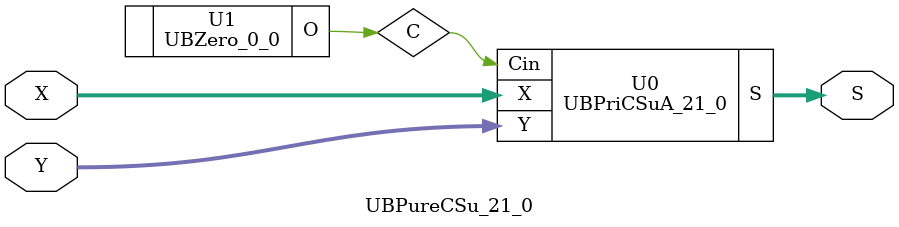
<source format=v>
/*----------------------------------------------------------------------------
  Copyright (c) 2021 Homma laboratory. All rights reserved.

  Top module: UBCSu_21_0_21_0

  Operand-1 length: 22
  Operand-2 length: 22
  Two-operand addition algorithm: Conditional sum adder
----------------------------------------------------------------------------*/

module UBFA_0(C, S, X, Y, Z);
  output C;
  output S;
  input X;
  input Y;
  input Z;
  assign C = ( X & Y ) | ( Y & Z ) | ( Z & X );
  assign S = X ^ Y ^ Z;
endmodule

module UBHCSuB_0_0(C, S, X, Y, Ci);
  output C;
  output S;
  input Ci;
  input X;
  input Y;
  UBFA_0 U0 (C, S, X, Y, Ci);
endmodule

module UBZero_1_1(O);
  output [1:1] O;
  assign O[1] = 0;
endmodule

module UBOne_1(O);
  output O;
  assign O = 1;
endmodule

module UBFA_1(C, S, X, Y, Z);
  output C;
  output S;
  input X;
  input Y;
  input Z;
  assign C = ( X & Y ) | ( Y & Z ) | ( Z & X );
  assign S = X ^ Y ^ Z;
endmodule

module UBCSuB_1_1(C_0, C_1, S_0, S_1, X, Y);
  output C_0;
  output C_1;
  output S_0;
  output S_1;
  input X;
  input Y;
  wire Ci_0;
  wire Ci_1;
  wire Co_0;
  wire Co_1;
  assign C_0 = ( Co_0 & ( ~ Ci_0 ) ) | ( Co_1 & Ci_0 );
  assign C_1 = ( Co_0 & ( ~ Ci_1 ) ) | ( Co_1 & Ci_1 );
  UBZero_1_1 U0 (Ci_0);
  UBOne_1 U1 (Ci_1);
  UBFA_1 U2 (Co_0, S_0, X, Y, Ci_0);
  UBFA_1 U3 (Co_1, S_1, X, Y, Ci_1);
endmodule

module UBHCSuB_1_0(C, S, X, Y, Ci);
  output C;
  output [1:0] S;
  input Ci;
  input [1:0] X;
  input [1:0] Y;
  wire C_0;
  wire C_1;
  wire Co;
  wire S_0;
  wire S_1;
  assign S[1] = ( S_0 & ( ~ Co ) ) | ( S_1 & Co );
  assign C = ( C_0 & ( ~ Co ) ) | ( C_1 & Co );
  UBHCSuB_0_0 U0 (Co, S[0], X[0], Y[0], Ci);
  UBCSuB_1_1 U1 (C_0, C_1, S_0, S_1, X[1], Y[1]);
endmodule

module UBZero_2_2(O);
  output [2:2] O;
  assign O[2] = 0;
endmodule

module UBOne_2(O);
  output O;
  assign O = 1;
endmodule

module UBFA_2(C, S, X, Y, Z);
  output C;
  output S;
  input X;
  input Y;
  input Z;
  assign C = ( X & Y ) | ( Y & Z ) | ( Z & X );
  assign S = X ^ Y ^ Z;
endmodule

module UBCSuB_2_2(C_0, C_1, S_0, S_1, X, Y);
  output C_0;
  output C_1;
  output S_0;
  output S_1;
  input X;
  input Y;
  wire Ci_0;
  wire Ci_1;
  wire Co_0;
  wire Co_1;
  assign C_0 = ( Co_0 & ( ~ Ci_0 ) ) | ( Co_1 & Ci_0 );
  assign C_1 = ( Co_0 & ( ~ Ci_1 ) ) | ( Co_1 & Ci_1 );
  UBZero_2_2 U0 (Ci_0);
  UBOne_2 U1 (Ci_1);
  UBFA_2 U2 (Co_0, S_0, X, Y, Ci_0);
  UBFA_2 U3 (Co_1, S_1, X, Y, Ci_1);
endmodule

module UBHCSuB_2_0(C, S, X, Y, Ci);
  output C;
  output [2:0] S;
  input Ci;
  input [2:0] X;
  input [2:0] Y;
  wire C_0;
  wire C_1;
  wire Co;
  wire S_0;
  wire S_1;
  assign S[2] = ( S_0 & ( ~ Co ) ) | ( S_1 & Co );
  assign C = ( C_0 & ( ~ Co ) ) | ( C_1 & Co );
  UBHCSuB_1_0 U0 (Co, S[1:0], X[1:0], Y[1:0], Ci);
  UBCSuB_2_2 U1 (C_0, C_1, S_0, S_1, X[2], Y[2]);
endmodule

module UBZero_3_3(O);
  output [3:3] O;
  assign O[3] = 0;
endmodule

module UBOne_3(O);
  output O;
  assign O = 1;
endmodule

module UBFA_3(C, S, X, Y, Z);
  output C;
  output S;
  input X;
  input Y;
  input Z;
  assign C = ( X & Y ) | ( Y & Z ) | ( Z & X );
  assign S = X ^ Y ^ Z;
endmodule

module UBCSuB_3_3(C_0, C_1, S_0, S_1, X, Y);
  output C_0;
  output C_1;
  output S_0;
  output S_1;
  input X;
  input Y;
  wire Ci_0;
  wire Ci_1;
  wire Co_0;
  wire Co_1;
  assign C_0 = ( Co_0 & ( ~ Ci_0 ) ) | ( Co_1 & Ci_0 );
  assign C_1 = ( Co_0 & ( ~ Ci_1 ) ) | ( Co_1 & Ci_1 );
  UBZero_3_3 U0 (Ci_0);
  UBOne_3 U1 (Ci_1);
  UBFA_3 U2 (Co_0, S_0, X, Y, Ci_0);
  UBFA_3 U3 (Co_1, S_1, X, Y, Ci_1);
endmodule

module UBZero_4_4(O);
  output [4:4] O;
  assign O[4] = 0;
endmodule

module UBOne_4(O);
  output O;
  assign O = 1;
endmodule

module UBFA_4(C, S, X, Y, Z);
  output C;
  output S;
  input X;
  input Y;
  input Z;
  assign C = ( X & Y ) | ( Y & Z ) | ( Z & X );
  assign S = X ^ Y ^ Z;
endmodule

module UBCSuB_4_4(C_0, C_1, S_0, S_1, X, Y);
  output C_0;
  output C_1;
  output S_0;
  output S_1;
  input X;
  input Y;
  wire Ci_0;
  wire Ci_1;
  wire Co_0;
  wire Co_1;
  assign C_0 = ( Co_0 & ( ~ Ci_0 ) ) | ( Co_1 & Ci_0 );
  assign C_1 = ( Co_0 & ( ~ Ci_1 ) ) | ( Co_1 & Ci_1 );
  UBZero_4_4 U0 (Ci_0);
  UBOne_4 U1 (Ci_1);
  UBFA_4 U2 (Co_0, S_0, X, Y, Ci_0);
  UBFA_4 U3 (Co_1, S_1, X, Y, Ci_1);
endmodule

module UBCSuB_4_3(C_0, C_1, S_0, S_1, X, Y);
  output C_0;
  output C_1;
  output [4:3] S_0;
  output [4:3] S_1;
  input [4:3] X;
  input [4:3] Y;
  wire Ci_0;
  wire Ci_1;
  wire Co_0;
  wire Co_1;
  wire So_0;
  wire So_1;
  assign S_0[4] = ( So_0 & ( ~ Ci_0 ) ) | ( So_1 & Ci_0 );
  assign C_0 = ( Co_0 & ( ~ Ci_0 ) ) | ( Co_1 & Ci_0 );
  assign S_1[4] = ( So_0 & ( ~ Ci_1 ) ) | ( So_1 & Ci_1 );
  assign C_1 = ( Co_0 & ( ~ Ci_1 ) ) | ( Co_1 & Ci_1 );
  UBCSuB_3_3 U0 (Ci_0, Ci_1, S_0[3], S_1[3], X[3], Y[3]);
  UBCSuB_4_4 U1 (Co_0, Co_1, So_0, So_1, X[4], Y[4]);
endmodule

module UBZero_5_5(O);
  output [5:5] O;
  assign O[5] = 0;
endmodule

module UBOne_5(O);
  output O;
  assign O = 1;
endmodule

module UBFA_5(C, S, X, Y, Z);
  output C;
  output S;
  input X;
  input Y;
  input Z;
  assign C = ( X & Y ) | ( Y & Z ) | ( Z & X );
  assign S = X ^ Y ^ Z;
endmodule

module UBCSuB_5_5(C_0, C_1, S_0, S_1, X, Y);
  output C_0;
  output C_1;
  output S_0;
  output S_1;
  input X;
  input Y;
  wire Ci_0;
  wire Ci_1;
  wire Co_0;
  wire Co_1;
  assign C_0 = ( Co_0 & ( ~ Ci_0 ) ) | ( Co_1 & Ci_0 );
  assign C_1 = ( Co_0 & ( ~ Ci_1 ) ) | ( Co_1 & Ci_1 );
  UBZero_5_5 U0 (Ci_0);
  UBOne_5 U1 (Ci_1);
  UBFA_5 U2 (Co_0, S_0, X, Y, Ci_0);
  UBFA_5 U3 (Co_1, S_1, X, Y, Ci_1);
endmodule

module UBCSuB_5_3(C_0, C_1, S_0, S_1, X, Y);
  output C_0;
  output C_1;
  output [5:3] S_0;
  output [5:3] S_1;
  input [5:3] X;
  input [5:3] Y;
  wire Ci_0;
  wire Ci_1;
  wire Co_0;
  wire Co_1;
  wire [5:5] So_0;
  wire [5:5] So_1;
  assign S_0[5] = ( So_0 & ( ~ Ci_0 ) ) | ( So_1 & Ci_0 );
  assign C_0 = ( Co_0 & ( ~ Ci_0 ) ) | ( Co_1 & Ci_0 );
  assign S_1[5] = ( So_0 & ( ~ Ci_1 ) ) | ( So_1 & Ci_1 );
  assign C_1 = ( Co_0 & ( ~ Ci_1 ) ) | ( Co_1 & Ci_1 );
  UBCSuB_4_3 U0 (Ci_0, Ci_1, S_0[4:3], S_1[4:3], X[4:3], Y[4:3]);
  UBCSuB_5_5 U1 (Co_0, Co_1, So_0, So_1, X[5], Y[5]);
endmodule

module UBHCSuB_5_0(C, S, X, Y, Ci);
  output C;
  output [5:0] S;
  input Ci;
  input [5:0] X;
  input [5:0] Y;
  wire C_0;
  wire C_1;
  wire Co;
  wire [5:3] S_0;
  wire [5:3] S_1;
  assign S[3] = ( S_0[3] & ( ~ Co ) ) | ( S_1[3] & Co );
  assign S[4] = ( S_0[4] & ( ~ Co ) ) | ( S_1[4] & Co );
  assign S[5] = ( S_0[5] & ( ~ Co ) ) | ( S_1[5] & Co );
  assign C = ( C_0 & ( ~ Co ) ) | ( C_1 & Co );
  UBHCSuB_2_0 U0 (Co, S[2:0], X[2:0], Y[2:0], Ci);
  UBCSuB_5_3 U1 (C_0, C_1, S_0, S_1, X[5:3], Y[5:3]);
endmodule

module UBZero_6_6(O);
  output [6:6] O;
  assign O[6] = 0;
endmodule

module UBOne_6(O);
  output O;
  assign O = 1;
endmodule

module UBFA_6(C, S, X, Y, Z);
  output C;
  output S;
  input X;
  input Y;
  input Z;
  assign C = ( X & Y ) | ( Y & Z ) | ( Z & X );
  assign S = X ^ Y ^ Z;
endmodule

module UBCSuB_6_6(C_0, C_1, S_0, S_1, X, Y);
  output C_0;
  output C_1;
  output S_0;
  output S_1;
  input X;
  input Y;
  wire Ci_0;
  wire Ci_1;
  wire Co_0;
  wire Co_1;
  assign C_0 = ( Co_0 & ( ~ Ci_0 ) ) | ( Co_1 & Ci_0 );
  assign C_1 = ( Co_0 & ( ~ Ci_1 ) ) | ( Co_1 & Ci_1 );
  UBZero_6_6 U0 (Ci_0);
  UBOne_6 U1 (Ci_1);
  UBFA_6 U2 (Co_0, S_0, X, Y, Ci_0);
  UBFA_6 U3 (Co_1, S_1, X, Y, Ci_1);
endmodule

module UBZero_7_7(O);
  output [7:7] O;
  assign O[7] = 0;
endmodule

module UBOne_7(O);
  output O;
  assign O = 1;
endmodule

module UBFA_7(C, S, X, Y, Z);
  output C;
  output S;
  input X;
  input Y;
  input Z;
  assign C = ( X & Y ) | ( Y & Z ) | ( Z & X );
  assign S = X ^ Y ^ Z;
endmodule

module UBCSuB_7_7(C_0, C_1, S_0, S_1, X, Y);
  output C_0;
  output C_1;
  output S_0;
  output S_1;
  input X;
  input Y;
  wire Ci_0;
  wire Ci_1;
  wire Co_0;
  wire Co_1;
  assign C_0 = ( Co_0 & ( ~ Ci_0 ) ) | ( Co_1 & Ci_0 );
  assign C_1 = ( Co_0 & ( ~ Ci_1 ) ) | ( Co_1 & Ci_1 );
  UBZero_7_7 U0 (Ci_0);
  UBOne_7 U1 (Ci_1);
  UBFA_7 U2 (Co_0, S_0, X, Y, Ci_0);
  UBFA_7 U3 (Co_1, S_1, X, Y, Ci_1);
endmodule

module UBCSuB_7_6(C_0, C_1, S_0, S_1, X, Y);
  output C_0;
  output C_1;
  output [7:6] S_0;
  output [7:6] S_1;
  input [7:6] X;
  input [7:6] Y;
  wire Ci_0;
  wire Ci_1;
  wire Co_0;
  wire Co_1;
  wire So_0;
  wire So_1;
  assign S_0[7] = ( So_0 & ( ~ Ci_0 ) ) | ( So_1 & Ci_0 );
  assign C_0 = ( Co_0 & ( ~ Ci_0 ) ) | ( Co_1 & Ci_0 );
  assign S_1[7] = ( So_0 & ( ~ Ci_1 ) ) | ( So_1 & Ci_1 );
  assign C_1 = ( Co_0 & ( ~ Ci_1 ) ) | ( Co_1 & Ci_1 );
  UBCSuB_6_6 U0 (Ci_0, Ci_1, S_0[6], S_1[6], X[6], Y[6]);
  UBCSuB_7_7 U1 (Co_0, Co_1, So_0, So_1, X[7], Y[7]);
endmodule

module UBZero_8_8(O);
  output [8:8] O;
  assign O[8] = 0;
endmodule

module UBOne_8(O);
  output O;
  assign O = 1;
endmodule

module UBFA_8(C, S, X, Y, Z);
  output C;
  output S;
  input X;
  input Y;
  input Z;
  assign C = ( X & Y ) | ( Y & Z ) | ( Z & X );
  assign S = X ^ Y ^ Z;
endmodule

module UBCSuB_8_8(C_0, C_1, S_0, S_1, X, Y);
  output C_0;
  output C_1;
  output S_0;
  output S_1;
  input X;
  input Y;
  wire Ci_0;
  wire Ci_1;
  wire Co_0;
  wire Co_1;
  assign C_0 = ( Co_0 & ( ~ Ci_0 ) ) | ( Co_1 & Ci_0 );
  assign C_1 = ( Co_0 & ( ~ Ci_1 ) ) | ( Co_1 & Ci_1 );
  UBZero_8_8 U0 (Ci_0);
  UBOne_8 U1 (Ci_1);
  UBFA_8 U2 (Co_0, S_0, X, Y, Ci_0);
  UBFA_8 U3 (Co_1, S_1, X, Y, Ci_1);
endmodule

module UBCSuB_8_6(C_0, C_1, S_0, S_1, X, Y);
  output C_0;
  output C_1;
  output [8:6] S_0;
  output [8:6] S_1;
  input [8:6] X;
  input [8:6] Y;
  wire Ci_0;
  wire Ci_1;
  wire Co_0;
  wire Co_1;
  wire [8:8] So_0;
  wire [8:8] So_1;
  assign S_0[8] = ( So_0 & ( ~ Ci_0 ) ) | ( So_1 & Ci_0 );
  assign C_0 = ( Co_0 & ( ~ Ci_0 ) ) | ( Co_1 & Ci_0 );
  assign S_1[8] = ( So_0 & ( ~ Ci_1 ) ) | ( So_1 & Ci_1 );
  assign C_1 = ( Co_0 & ( ~ Ci_1 ) ) | ( Co_1 & Ci_1 );
  UBCSuB_7_6 U0 (Ci_0, Ci_1, S_0[7:6], S_1[7:6], X[7:6], Y[7:6]);
  UBCSuB_8_8 U1 (Co_0, Co_1, So_0, So_1, X[8], Y[8]);
endmodule

module UBZero_9_9(O);
  output [9:9] O;
  assign O[9] = 0;
endmodule

module UBOne_9(O);
  output O;
  assign O = 1;
endmodule

module UBFA_9(C, S, X, Y, Z);
  output C;
  output S;
  input X;
  input Y;
  input Z;
  assign C = ( X & Y ) | ( Y & Z ) | ( Z & X );
  assign S = X ^ Y ^ Z;
endmodule

module UBCSuB_9_9(C_0, C_1, S_0, S_1, X, Y);
  output C_0;
  output C_1;
  output S_0;
  output S_1;
  input X;
  input Y;
  wire Ci_0;
  wire Ci_1;
  wire Co_0;
  wire Co_1;
  assign C_0 = ( Co_0 & ( ~ Ci_0 ) ) | ( Co_1 & Ci_0 );
  assign C_1 = ( Co_0 & ( ~ Ci_1 ) ) | ( Co_1 & Ci_1 );
  UBZero_9_9 U0 (Ci_0);
  UBOne_9 U1 (Ci_1);
  UBFA_9 U2 (Co_0, S_0, X, Y, Ci_0);
  UBFA_9 U3 (Co_1, S_1, X, Y, Ci_1);
endmodule

module UBZero_10_10(O);
  output [10:10] O;
  assign O[10] = 0;
endmodule

module UBOne_10(O);
  output O;
  assign O = 1;
endmodule

module UBFA_10(C, S, X, Y, Z);
  output C;
  output S;
  input X;
  input Y;
  input Z;
  assign C = ( X & Y ) | ( Y & Z ) | ( Z & X );
  assign S = X ^ Y ^ Z;
endmodule

module UBCSuB_10_10(C_0, C_1, S_0, S_1, X, Y);
  output C_0;
  output C_1;
  output S_0;
  output S_1;
  input X;
  input Y;
  wire Ci_0;
  wire Ci_1;
  wire Co_0;
  wire Co_1;
  assign C_0 = ( Co_0 & ( ~ Ci_0 ) ) | ( Co_1 & Ci_0 );
  assign C_1 = ( Co_0 & ( ~ Ci_1 ) ) | ( Co_1 & Ci_1 );
  UBZero_10_10 U0 (Ci_0);
  UBOne_10 U1 (Ci_1);
  UBFA_10 U2 (Co_0, S_0, X, Y, Ci_0);
  UBFA_10 U3 (Co_1, S_1, X, Y, Ci_1);
endmodule

module UBCSuB_10_9(C_0, C_1, S_0, S_1, X, Y);
  output C_0;
  output C_1;
  output [10:9] S_0;
  output [10:9] S_1;
  input [10:9] X;
  input [10:9] Y;
  wire Ci_0;
  wire Ci_1;
  wire Co_0;
  wire Co_1;
  wire So_0;
  wire So_1;
  assign S_0[10] = ( So_0 & ( ~ Ci_0 ) ) | ( So_1 & Ci_0 );
  assign C_0 = ( Co_0 & ( ~ Ci_0 ) ) | ( Co_1 & Ci_0 );
  assign S_1[10] = ( So_0 & ( ~ Ci_1 ) ) | ( So_1 & Ci_1 );
  assign C_1 = ( Co_0 & ( ~ Ci_1 ) ) | ( Co_1 & Ci_1 );
  UBCSuB_9_9 U0 (Ci_0, Ci_1, S_0[9], S_1[9], X[9], Y[9]);
  UBCSuB_10_10 U1 (Co_0, Co_1, So_0, So_1, X[10], Y[10]);
endmodule

module UBCSuB_10_6(C_0, C_1, S_0, S_1, X, Y);
  output C_0;
  output C_1;
  output [10:6] S_0;
  output [10:6] S_1;
  input [10:6] X;
  input [10:6] Y;
  wire Ci_0;
  wire Ci_1;
  wire Co_0;
  wire Co_1;
  wire [10:9] So_0;
  wire [10:9] So_1;
  assign S_0[9] = ( So_0[9] & ( ~ Ci_0 ) ) | ( So_1[9] & Ci_0 );
  assign S_0[10] = ( So_0[10] & ( ~ Ci_0 ) ) | ( So_1[10] & Ci_0 );
  assign C_0 = ( Co_0 & ( ~ Ci_0 ) ) | ( Co_1 & Ci_0 );
  assign S_1[9] = ( So_0[9] & ( ~ Ci_1 ) ) | ( So_1[9] & Ci_1 );
  assign S_1[10] = ( So_0[10] & ( ~ Ci_1 ) ) | ( So_1[10] & Ci_1 );
  assign C_1 = ( Co_0 & ( ~ Ci_1 ) ) | ( Co_1 & Ci_1 );
  UBCSuB_8_6 U0 (Ci_0, Ci_1, S_0[8:6], S_1[8:6], X[8:6], Y[8:6]);
  UBCSuB_10_9 U1 (Co_0, Co_1, So_0, So_1, X[10:9], Y[10:9]);
endmodule

module UBHCSuB_10_0(C, S, X, Y, Ci);
  output C;
  output [10:0] S;
  input Ci;
  input [10:0] X;
  input [10:0] Y;
  wire C_0;
  wire C_1;
  wire Co;
  wire [10:6] S_0;
  wire [10:6] S_1;
  assign S[6] = ( S_0[6] & ( ~ Co ) ) | ( S_1[6] & Co );
  assign S[7] = ( S_0[7] & ( ~ Co ) ) | ( S_1[7] & Co );
  assign S[8] = ( S_0[8] & ( ~ Co ) ) | ( S_1[8] & Co );
  assign S[9] = ( S_0[9] & ( ~ Co ) ) | ( S_1[9] & Co );
  assign S[10] = ( S_0[10] & ( ~ Co ) ) | ( S_1[10] & Co );
  assign C = ( C_0 & ( ~ Co ) ) | ( C_1 & Co );
  UBHCSuB_5_0 U0 (Co, S[5:0], X[5:0], Y[5:0], Ci);
  UBCSuB_10_6 U1 (C_0, C_1, S_0, S_1, X[10:6], Y[10:6]);
endmodule

module UBZero_11_11(O);
  output [11:11] O;
  assign O[11] = 0;
endmodule

module UBOne_11(O);
  output O;
  assign O = 1;
endmodule

module UBFA_11(C, S, X, Y, Z);
  output C;
  output S;
  input X;
  input Y;
  input Z;
  assign C = ( X & Y ) | ( Y & Z ) | ( Z & X );
  assign S = X ^ Y ^ Z;
endmodule

module UBCSuB_11_11(C_0, C_1, S_0, S_1, X, Y);
  output C_0;
  output C_1;
  output S_0;
  output S_1;
  input X;
  input Y;
  wire Ci_0;
  wire Ci_1;
  wire Co_0;
  wire Co_1;
  assign C_0 = ( Co_0 & ( ~ Ci_0 ) ) | ( Co_1 & Ci_0 );
  assign C_1 = ( Co_0 & ( ~ Ci_1 ) ) | ( Co_1 & Ci_1 );
  UBZero_11_11 U0 (Ci_0);
  UBOne_11 U1 (Ci_1);
  UBFA_11 U2 (Co_0, S_0, X, Y, Ci_0);
  UBFA_11 U3 (Co_1, S_1, X, Y, Ci_1);
endmodule

module UBZero_12_12(O);
  output [12:12] O;
  assign O[12] = 0;
endmodule

module UBOne_12(O);
  output O;
  assign O = 1;
endmodule

module UBFA_12(C, S, X, Y, Z);
  output C;
  output S;
  input X;
  input Y;
  input Z;
  assign C = ( X & Y ) | ( Y & Z ) | ( Z & X );
  assign S = X ^ Y ^ Z;
endmodule

module UBCSuB_12_12(C_0, C_1, S_0, S_1, X, Y);
  output C_0;
  output C_1;
  output S_0;
  output S_1;
  input X;
  input Y;
  wire Ci_0;
  wire Ci_1;
  wire Co_0;
  wire Co_1;
  assign C_0 = ( Co_0 & ( ~ Ci_0 ) ) | ( Co_1 & Ci_0 );
  assign C_1 = ( Co_0 & ( ~ Ci_1 ) ) | ( Co_1 & Ci_1 );
  UBZero_12_12 U0 (Ci_0);
  UBOne_12 U1 (Ci_1);
  UBFA_12 U2 (Co_0, S_0, X, Y, Ci_0);
  UBFA_12 U3 (Co_1, S_1, X, Y, Ci_1);
endmodule

module UBCSuB_12_11(C_0, C_1, S_0, S_1, X, Y);
  output C_0;
  output C_1;
  output [12:11] S_0;
  output [12:11] S_1;
  input [12:11] X;
  input [12:11] Y;
  wire Ci_0;
  wire Ci_1;
  wire Co_0;
  wire Co_1;
  wire So_0;
  wire So_1;
  assign S_0[12] = ( So_0 & ( ~ Ci_0 ) ) | ( So_1 & Ci_0 );
  assign C_0 = ( Co_0 & ( ~ Ci_0 ) ) | ( Co_1 & Ci_0 );
  assign S_1[12] = ( So_0 & ( ~ Ci_1 ) ) | ( So_1 & Ci_1 );
  assign C_1 = ( Co_0 & ( ~ Ci_1 ) ) | ( Co_1 & Ci_1 );
  UBCSuB_11_11 U0 (Ci_0, Ci_1, S_0[11], S_1[11], X[11], Y[11]);
  UBCSuB_12_12 U1 (Co_0, Co_1, So_0, So_1, X[12], Y[12]);
endmodule

module UBZero_13_13(O);
  output [13:13] O;
  assign O[13] = 0;
endmodule

module UBOne_13(O);
  output O;
  assign O = 1;
endmodule

module UBFA_13(C, S, X, Y, Z);
  output C;
  output S;
  input X;
  input Y;
  input Z;
  assign C = ( X & Y ) | ( Y & Z ) | ( Z & X );
  assign S = X ^ Y ^ Z;
endmodule

module UBCSuB_13_13(C_0, C_1, S_0, S_1, X, Y);
  output C_0;
  output C_1;
  output S_0;
  output S_1;
  input X;
  input Y;
  wire Ci_0;
  wire Ci_1;
  wire Co_0;
  wire Co_1;
  assign C_0 = ( Co_0 & ( ~ Ci_0 ) ) | ( Co_1 & Ci_0 );
  assign C_1 = ( Co_0 & ( ~ Ci_1 ) ) | ( Co_1 & Ci_1 );
  UBZero_13_13 U0 (Ci_0);
  UBOne_13 U1 (Ci_1);
  UBFA_13 U2 (Co_0, S_0, X, Y, Ci_0);
  UBFA_13 U3 (Co_1, S_1, X, Y, Ci_1);
endmodule

module UBCSuB_13_11(C_0, C_1, S_0, S_1, X, Y);
  output C_0;
  output C_1;
  output [13:11] S_0;
  output [13:11] S_1;
  input [13:11] X;
  input [13:11] Y;
  wire Ci_0;
  wire Ci_1;
  wire Co_0;
  wire Co_1;
  wire [13:13] So_0;
  wire [13:13] So_1;
  assign S_0[13] = ( So_0 & ( ~ Ci_0 ) ) | ( So_1 & Ci_0 );
  assign C_0 = ( Co_0 & ( ~ Ci_0 ) ) | ( Co_1 & Ci_0 );
  assign S_1[13] = ( So_0 & ( ~ Ci_1 ) ) | ( So_1 & Ci_1 );
  assign C_1 = ( Co_0 & ( ~ Ci_1 ) ) | ( Co_1 & Ci_1 );
  UBCSuB_12_11 U0 (Ci_0, Ci_1, S_0[12:11], S_1[12:11], X[12:11], Y[12:11]);
  UBCSuB_13_13 U1 (Co_0, Co_1, So_0, So_1, X[13], Y[13]);
endmodule

module UBZero_14_14(O);
  output [14:14] O;
  assign O[14] = 0;
endmodule

module UBOne_14(O);
  output O;
  assign O = 1;
endmodule

module UBFA_14(C, S, X, Y, Z);
  output C;
  output S;
  input X;
  input Y;
  input Z;
  assign C = ( X & Y ) | ( Y & Z ) | ( Z & X );
  assign S = X ^ Y ^ Z;
endmodule

module UBCSuB_14_14(C_0, C_1, S_0, S_1, X, Y);
  output C_0;
  output C_1;
  output S_0;
  output S_1;
  input X;
  input Y;
  wire Ci_0;
  wire Ci_1;
  wire Co_0;
  wire Co_1;
  assign C_0 = ( Co_0 & ( ~ Ci_0 ) ) | ( Co_1 & Ci_0 );
  assign C_1 = ( Co_0 & ( ~ Ci_1 ) ) | ( Co_1 & Ci_1 );
  UBZero_14_14 U0 (Ci_0);
  UBOne_14 U1 (Ci_1);
  UBFA_14 U2 (Co_0, S_0, X, Y, Ci_0);
  UBFA_14 U3 (Co_1, S_1, X, Y, Ci_1);
endmodule

module UBZero_15_15(O);
  output [15:15] O;
  assign O[15] = 0;
endmodule

module UBOne_15(O);
  output O;
  assign O = 1;
endmodule

module UBFA_15(C, S, X, Y, Z);
  output C;
  output S;
  input X;
  input Y;
  input Z;
  assign C = ( X & Y ) | ( Y & Z ) | ( Z & X );
  assign S = X ^ Y ^ Z;
endmodule

module UBCSuB_15_15(C_0, C_1, S_0, S_1, X, Y);
  output C_0;
  output C_1;
  output S_0;
  output S_1;
  input X;
  input Y;
  wire Ci_0;
  wire Ci_1;
  wire Co_0;
  wire Co_1;
  assign C_0 = ( Co_0 & ( ~ Ci_0 ) ) | ( Co_1 & Ci_0 );
  assign C_1 = ( Co_0 & ( ~ Ci_1 ) ) | ( Co_1 & Ci_1 );
  UBZero_15_15 U0 (Ci_0);
  UBOne_15 U1 (Ci_1);
  UBFA_15 U2 (Co_0, S_0, X, Y, Ci_0);
  UBFA_15 U3 (Co_1, S_1, X, Y, Ci_1);
endmodule

module UBCSuB_15_14(C_0, C_1, S_0, S_1, X, Y);
  output C_0;
  output C_1;
  output [15:14] S_0;
  output [15:14] S_1;
  input [15:14] X;
  input [15:14] Y;
  wire Ci_0;
  wire Ci_1;
  wire Co_0;
  wire Co_1;
  wire So_0;
  wire So_1;
  assign S_0[15] = ( So_0 & ( ~ Ci_0 ) ) | ( So_1 & Ci_0 );
  assign C_0 = ( Co_0 & ( ~ Ci_0 ) ) | ( Co_1 & Ci_0 );
  assign S_1[15] = ( So_0 & ( ~ Ci_1 ) ) | ( So_1 & Ci_1 );
  assign C_1 = ( Co_0 & ( ~ Ci_1 ) ) | ( Co_1 & Ci_1 );
  UBCSuB_14_14 U0 (Ci_0, Ci_1, S_0[14], S_1[14], X[14], Y[14]);
  UBCSuB_15_15 U1 (Co_0, Co_1, So_0, So_1, X[15], Y[15]);
endmodule

module UBZero_16_16(O);
  output [16:16] O;
  assign O[16] = 0;
endmodule

module UBOne_16(O);
  output O;
  assign O = 1;
endmodule

module UBFA_16(C, S, X, Y, Z);
  output C;
  output S;
  input X;
  input Y;
  input Z;
  assign C = ( X & Y ) | ( Y & Z ) | ( Z & X );
  assign S = X ^ Y ^ Z;
endmodule

module UBCSuB_16_16(C_0, C_1, S_0, S_1, X, Y);
  output C_0;
  output C_1;
  output S_0;
  output S_1;
  input X;
  input Y;
  wire Ci_0;
  wire Ci_1;
  wire Co_0;
  wire Co_1;
  assign C_0 = ( Co_0 & ( ~ Ci_0 ) ) | ( Co_1 & Ci_0 );
  assign C_1 = ( Co_0 & ( ~ Ci_1 ) ) | ( Co_1 & Ci_1 );
  UBZero_16_16 U0 (Ci_0);
  UBOne_16 U1 (Ci_1);
  UBFA_16 U2 (Co_0, S_0, X, Y, Ci_0);
  UBFA_16 U3 (Co_1, S_1, X, Y, Ci_1);
endmodule

module UBCSuB_16_14(C_0, C_1, S_0, S_1, X, Y);
  output C_0;
  output C_1;
  output [16:14] S_0;
  output [16:14] S_1;
  input [16:14] X;
  input [16:14] Y;
  wire Ci_0;
  wire Ci_1;
  wire Co_0;
  wire Co_1;
  wire [16:16] So_0;
  wire [16:16] So_1;
  assign S_0[16] = ( So_0 & ( ~ Ci_0 ) ) | ( So_1 & Ci_0 );
  assign C_0 = ( Co_0 & ( ~ Ci_0 ) ) | ( Co_1 & Ci_0 );
  assign S_1[16] = ( So_0 & ( ~ Ci_1 ) ) | ( So_1 & Ci_1 );
  assign C_1 = ( Co_0 & ( ~ Ci_1 ) ) | ( Co_1 & Ci_1 );
  UBCSuB_15_14 U0 (Ci_0, Ci_1, S_0[15:14], S_1[15:14], X[15:14], Y[15:14]);
  UBCSuB_16_16 U1 (Co_0, Co_1, So_0, So_1, X[16], Y[16]);
endmodule

module UBCSuB_16_11(C_0, C_1, S_0, S_1, X, Y);
  output C_0;
  output C_1;
  output [16:11] S_0;
  output [16:11] S_1;
  input [16:11] X;
  input [16:11] Y;
  wire Ci_0;
  wire Ci_1;
  wire Co_0;
  wire Co_1;
  wire [16:14] So_0;
  wire [16:14] So_1;
  assign S_0[14] = ( So_0[14] & ( ~ Ci_0 ) ) | ( So_1[14] & Ci_0 );
  assign S_0[15] = ( So_0[15] & ( ~ Ci_0 ) ) | ( So_1[15] & Ci_0 );
  assign S_0[16] = ( So_0[16] & ( ~ Ci_0 ) ) | ( So_1[16] & Ci_0 );
  assign C_0 = ( Co_0 & ( ~ Ci_0 ) ) | ( Co_1 & Ci_0 );
  assign S_1[14] = ( So_0[14] & ( ~ Ci_1 ) ) | ( So_1[14] & Ci_1 );
  assign S_1[15] = ( So_0[15] & ( ~ Ci_1 ) ) | ( So_1[15] & Ci_1 );
  assign S_1[16] = ( So_0[16] & ( ~ Ci_1 ) ) | ( So_1[16] & Ci_1 );
  assign C_1 = ( Co_0 & ( ~ Ci_1 ) ) | ( Co_1 & Ci_1 );
  UBCSuB_13_11 U0 (Ci_0, Ci_1, S_0[13:11], S_1[13:11], X[13:11], Y[13:11]);
  UBCSuB_16_14 U1 (Co_0, Co_1, So_0, So_1, X[16:14], Y[16:14]);
endmodule

module UBZero_17_17(O);
  output [17:17] O;
  assign O[17] = 0;
endmodule

module UBOne_17(O);
  output O;
  assign O = 1;
endmodule

module UBFA_17(C, S, X, Y, Z);
  output C;
  output S;
  input X;
  input Y;
  input Z;
  assign C = ( X & Y ) | ( Y & Z ) | ( Z & X );
  assign S = X ^ Y ^ Z;
endmodule

module UBCSuB_17_17(C_0, C_1, S_0, S_1, X, Y);
  output C_0;
  output C_1;
  output S_0;
  output S_1;
  input X;
  input Y;
  wire Ci_0;
  wire Ci_1;
  wire Co_0;
  wire Co_1;
  assign C_0 = ( Co_0 & ( ~ Ci_0 ) ) | ( Co_1 & Ci_0 );
  assign C_1 = ( Co_0 & ( ~ Ci_1 ) ) | ( Co_1 & Ci_1 );
  UBZero_17_17 U0 (Ci_0);
  UBOne_17 U1 (Ci_1);
  UBFA_17 U2 (Co_0, S_0, X, Y, Ci_0);
  UBFA_17 U3 (Co_1, S_1, X, Y, Ci_1);
endmodule

module UBZero_18_18(O);
  output [18:18] O;
  assign O[18] = 0;
endmodule

module UBOne_18(O);
  output O;
  assign O = 1;
endmodule

module UBFA_18(C, S, X, Y, Z);
  output C;
  output S;
  input X;
  input Y;
  input Z;
  assign C = ( X & Y ) | ( Y & Z ) | ( Z & X );
  assign S = X ^ Y ^ Z;
endmodule

module UBCSuB_18_18(C_0, C_1, S_0, S_1, X, Y);
  output C_0;
  output C_1;
  output S_0;
  output S_1;
  input X;
  input Y;
  wire Ci_0;
  wire Ci_1;
  wire Co_0;
  wire Co_1;
  assign C_0 = ( Co_0 & ( ~ Ci_0 ) ) | ( Co_1 & Ci_0 );
  assign C_1 = ( Co_0 & ( ~ Ci_1 ) ) | ( Co_1 & Ci_1 );
  UBZero_18_18 U0 (Ci_0);
  UBOne_18 U1 (Ci_1);
  UBFA_18 U2 (Co_0, S_0, X, Y, Ci_0);
  UBFA_18 U3 (Co_1, S_1, X, Y, Ci_1);
endmodule

module UBCSuB_18_17(C_0, C_1, S_0, S_1, X, Y);
  output C_0;
  output C_1;
  output [18:17] S_0;
  output [18:17] S_1;
  input [18:17] X;
  input [18:17] Y;
  wire Ci_0;
  wire Ci_1;
  wire Co_0;
  wire Co_1;
  wire So_0;
  wire So_1;
  assign S_0[18] = ( So_0 & ( ~ Ci_0 ) ) | ( So_1 & Ci_0 );
  assign C_0 = ( Co_0 & ( ~ Ci_0 ) ) | ( Co_1 & Ci_0 );
  assign S_1[18] = ( So_0 & ( ~ Ci_1 ) ) | ( So_1 & Ci_1 );
  assign C_1 = ( Co_0 & ( ~ Ci_1 ) ) | ( Co_1 & Ci_1 );
  UBCSuB_17_17 U0 (Ci_0, Ci_1, S_0[17], S_1[17], X[17], Y[17]);
  UBCSuB_18_18 U1 (Co_0, Co_1, So_0, So_1, X[18], Y[18]);
endmodule

module UBZero_19_19(O);
  output [19:19] O;
  assign O[19] = 0;
endmodule

module UBOne_19(O);
  output O;
  assign O = 1;
endmodule

module UBFA_19(C, S, X, Y, Z);
  output C;
  output S;
  input X;
  input Y;
  input Z;
  assign C = ( X & Y ) | ( Y & Z ) | ( Z & X );
  assign S = X ^ Y ^ Z;
endmodule

module UBCSuB_19_19(C_0, C_1, S_0, S_1, X, Y);
  output C_0;
  output C_1;
  output S_0;
  output S_1;
  input X;
  input Y;
  wire Ci_0;
  wire Ci_1;
  wire Co_0;
  wire Co_1;
  assign C_0 = ( Co_0 & ( ~ Ci_0 ) ) | ( Co_1 & Ci_0 );
  assign C_1 = ( Co_0 & ( ~ Ci_1 ) ) | ( Co_1 & Ci_1 );
  UBZero_19_19 U0 (Ci_0);
  UBOne_19 U1 (Ci_1);
  UBFA_19 U2 (Co_0, S_0, X, Y, Ci_0);
  UBFA_19 U3 (Co_1, S_1, X, Y, Ci_1);
endmodule

module UBCSuB_19_17(C_0, C_1, S_0, S_1, X, Y);
  output C_0;
  output C_1;
  output [19:17] S_0;
  output [19:17] S_1;
  input [19:17] X;
  input [19:17] Y;
  wire Ci_0;
  wire Ci_1;
  wire Co_0;
  wire Co_1;
  wire [19:19] So_0;
  wire [19:19] So_1;
  assign S_0[19] = ( So_0 & ( ~ Ci_0 ) ) | ( So_1 & Ci_0 );
  assign C_0 = ( Co_0 & ( ~ Ci_0 ) ) | ( Co_1 & Ci_0 );
  assign S_1[19] = ( So_0 & ( ~ Ci_1 ) ) | ( So_1 & Ci_1 );
  assign C_1 = ( Co_0 & ( ~ Ci_1 ) ) | ( Co_1 & Ci_1 );
  UBCSuB_18_17 U0 (Ci_0, Ci_1, S_0[18:17], S_1[18:17], X[18:17], Y[18:17]);
  UBCSuB_19_19 U1 (Co_0, Co_1, So_0, So_1, X[19], Y[19]);
endmodule

module UBZero_20_20(O);
  output [20:20] O;
  assign O[20] = 0;
endmodule

module UBOne_20(O);
  output O;
  assign O = 1;
endmodule

module UBFA_20(C, S, X, Y, Z);
  output C;
  output S;
  input X;
  input Y;
  input Z;
  assign C = ( X & Y ) | ( Y & Z ) | ( Z & X );
  assign S = X ^ Y ^ Z;
endmodule

module UBCSuB_20_20(C_0, C_1, S_0, S_1, X, Y);
  output C_0;
  output C_1;
  output S_0;
  output S_1;
  input X;
  input Y;
  wire Ci_0;
  wire Ci_1;
  wire Co_0;
  wire Co_1;
  assign C_0 = ( Co_0 & ( ~ Ci_0 ) ) | ( Co_1 & Ci_0 );
  assign C_1 = ( Co_0 & ( ~ Ci_1 ) ) | ( Co_1 & Ci_1 );
  UBZero_20_20 U0 (Ci_0);
  UBOne_20 U1 (Ci_1);
  UBFA_20 U2 (Co_0, S_0, X, Y, Ci_0);
  UBFA_20 U3 (Co_1, S_1, X, Y, Ci_1);
endmodule

module UBZero_21_21(O);
  output [21:21] O;
  assign O[21] = 0;
endmodule

module UBOne_21(O);
  output O;
  assign O = 1;
endmodule

module UBFA_21(C, S, X, Y, Z);
  output C;
  output S;
  input X;
  input Y;
  input Z;
  assign C = ( X & Y ) | ( Y & Z ) | ( Z & X );
  assign S = X ^ Y ^ Z;
endmodule

module UBCSuB_21_21(C_0, C_1, S_0, S_1, X, Y);
  output C_0;
  output C_1;
  output S_0;
  output S_1;
  input X;
  input Y;
  wire Ci_0;
  wire Ci_1;
  wire Co_0;
  wire Co_1;
  assign C_0 = ( Co_0 & ( ~ Ci_0 ) ) | ( Co_1 & Ci_0 );
  assign C_1 = ( Co_0 & ( ~ Ci_1 ) ) | ( Co_1 & Ci_1 );
  UBZero_21_21 U0 (Ci_0);
  UBOne_21 U1 (Ci_1);
  UBFA_21 U2 (Co_0, S_0, X, Y, Ci_0);
  UBFA_21 U3 (Co_1, S_1, X, Y, Ci_1);
endmodule

module UBCSuB_21_20(C_0, C_1, S_0, S_1, X, Y);
  output C_0;
  output C_1;
  output [21:20] S_0;
  output [21:20] S_1;
  input [21:20] X;
  input [21:20] Y;
  wire Ci_0;
  wire Ci_1;
  wire Co_0;
  wire Co_1;
  wire So_0;
  wire So_1;
  assign S_0[21] = ( So_0 & ( ~ Ci_0 ) ) | ( So_1 & Ci_0 );
  assign C_0 = ( Co_0 & ( ~ Ci_0 ) ) | ( Co_1 & Ci_0 );
  assign S_1[21] = ( So_0 & ( ~ Ci_1 ) ) | ( So_1 & Ci_1 );
  assign C_1 = ( Co_0 & ( ~ Ci_1 ) ) | ( Co_1 & Ci_1 );
  UBCSuB_20_20 U0 (Ci_0, Ci_1, S_0[20], S_1[20], X[20], Y[20]);
  UBCSuB_21_21 U1 (Co_0, Co_1, So_0, So_1, X[21], Y[21]);
endmodule

module UBCSuB_21_17(C_0, C_1, S_0, S_1, X, Y);
  output C_0;
  output C_1;
  output [21:17] S_0;
  output [21:17] S_1;
  input [21:17] X;
  input [21:17] Y;
  wire Ci_0;
  wire Ci_1;
  wire Co_0;
  wire Co_1;
  wire [21:20] So_0;
  wire [21:20] So_1;
  assign S_0[20] = ( So_0[20] & ( ~ Ci_0 ) ) | ( So_1[20] & Ci_0 );
  assign S_0[21] = ( So_0[21] & ( ~ Ci_0 ) ) | ( So_1[21] & Ci_0 );
  assign C_0 = ( Co_0 & ( ~ Ci_0 ) ) | ( Co_1 & Ci_0 );
  assign S_1[20] = ( So_0[20] & ( ~ Ci_1 ) ) | ( So_1[20] & Ci_1 );
  assign S_1[21] = ( So_0[21] & ( ~ Ci_1 ) ) | ( So_1[21] & Ci_1 );
  assign C_1 = ( Co_0 & ( ~ Ci_1 ) ) | ( Co_1 & Ci_1 );
  UBCSuB_19_17 U0 (Ci_0, Ci_1, S_0[19:17], S_1[19:17], X[19:17], Y[19:17]);
  UBCSuB_21_20 U1 (Co_0, Co_1, So_0, So_1, X[21:20], Y[21:20]);
endmodule

module UBCSuB_21_11(C_0, C_1, S_0, S_1, X, Y);
  output C_0;
  output C_1;
  output [21:11] S_0;
  output [21:11] S_1;
  input [21:11] X;
  input [21:11] Y;
  wire Ci_0;
  wire Ci_1;
  wire Co_0;
  wire Co_1;
  wire [21:17] So_0;
  wire [21:17] So_1;
  assign S_0[17] = ( So_0[17] & ( ~ Ci_0 ) ) | ( So_1[17] & Ci_0 );
  assign S_0[18] = ( So_0[18] & ( ~ Ci_0 ) ) | ( So_1[18] & Ci_0 );
  assign S_0[19] = ( So_0[19] & ( ~ Ci_0 ) ) | ( So_1[19] & Ci_0 );
  assign S_0[20] = ( So_0[20] & ( ~ Ci_0 ) ) | ( So_1[20] & Ci_0 );
  assign S_0[21] = ( So_0[21] & ( ~ Ci_0 ) ) | ( So_1[21] & Ci_0 );
  assign C_0 = ( Co_0 & ( ~ Ci_0 ) ) | ( Co_1 & Ci_0 );
  assign S_1[17] = ( So_0[17] & ( ~ Ci_1 ) ) | ( So_1[17] & Ci_1 );
  assign S_1[18] = ( So_0[18] & ( ~ Ci_1 ) ) | ( So_1[18] & Ci_1 );
  assign S_1[19] = ( So_0[19] & ( ~ Ci_1 ) ) | ( So_1[19] & Ci_1 );
  assign S_1[20] = ( So_0[20] & ( ~ Ci_1 ) ) | ( So_1[20] & Ci_1 );
  assign S_1[21] = ( So_0[21] & ( ~ Ci_1 ) ) | ( So_1[21] & Ci_1 );
  assign C_1 = ( Co_0 & ( ~ Ci_1 ) ) | ( Co_1 & Ci_1 );
  UBCSuB_16_11 U0 (Ci_0, Ci_1, S_0[16:11], S_1[16:11], X[16:11], Y[16:11]);
  UBCSuB_21_17 U1 (Co_0, Co_1, So_0, So_1, X[21:17], Y[21:17]);
endmodule

module UBPriCSuA_21_0(S, X, Y, Cin);
  output [22:0] S;
  input Cin;
  input [21:0] X;
  input [21:0] Y;
  wire C_0;
  wire C_1;
  wire Co;
  wire [21:11] S_0;
  wire [21:11] S_1;
  assign S[11] = ( S_0[11] & ( ~ Co ) ) | ( S_1[11] & Co );
  assign S[12] = ( S_0[12] & ( ~ Co ) ) | ( S_1[12] & Co );
  assign S[13] = ( S_0[13] & ( ~ Co ) ) | ( S_1[13] & Co );
  assign S[14] = ( S_0[14] & ( ~ Co ) ) | ( S_1[14] & Co );
  assign S[15] = ( S_0[15] & ( ~ Co ) ) | ( S_1[15] & Co );
  assign S[16] = ( S_0[16] & ( ~ Co ) ) | ( S_1[16] & Co );
  assign S[17] = ( S_0[17] & ( ~ Co ) ) | ( S_1[17] & Co );
  assign S[18] = ( S_0[18] & ( ~ Co ) ) | ( S_1[18] & Co );
  assign S[19] = ( S_0[19] & ( ~ Co ) ) | ( S_1[19] & Co );
  assign S[20] = ( S_0[20] & ( ~ Co ) ) | ( S_1[20] & Co );
  assign S[21] = ( S_0[21] & ( ~ Co ) ) | ( S_1[21] & Co );
  assign S[22] = ( C_0 & ( ~ Co ) ) | ( C_1 & Co );
  UBHCSuB_10_0 U0 (Co, S[10:0], X[10:0], Y[10:0], Cin);
  UBCSuB_21_11 U1 (C_0, C_1, S_0, S_1, X[21:11], Y[21:11]);
endmodule

module UBZero_0_0(O);
  output [0:0] O;
  assign O[0] = 0;
endmodule

module UBCSu_21_0_21_0 (S, X, Y);
  output [22:0] S;
  input [21:0] X;
  input [21:0] Y;
  UBPureCSu_21_0 U0 (S[22:0], X[21:0], Y[21:0]);
endmodule

module UBPureCSu_21_0 (S, X, Y);
  output [22:0] S;
  input [21:0] X;
  input [21:0] Y;
  wire C;
  UBPriCSuA_21_0 U0 (S, X, Y, C);
  UBZero_0_0 U1 (C);
endmodule


</source>
